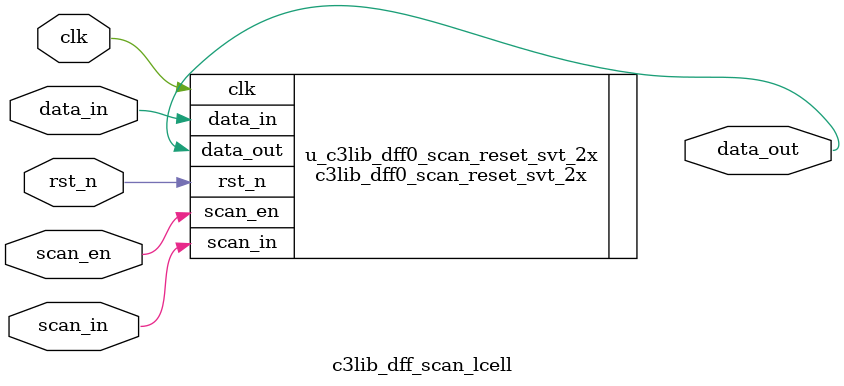
<source format=sv>

module c3lib_dff_scan_lcell( 

  clk, 
  rst_n, 
  data_in,
  data_out,

  scan_in,
  scan_en

  ); 

input		clk; 
input		rst_n; 
input		data_in;
output		data_out;

input		scan_in;
input		scan_en;

  c3lib_dff0_scan_reset_svt_2x u_c3lib_dff0_scan_reset_svt_2x( 

    .data_in	( data_in  ),
    .clk	( clk      ),
    .data_out	( data_out ),
    .rst_n	( rst_n    ),
    .scan_en	( scan_en  ),
    .scan_in	( scan_in  )

  );

endmodule 


</source>
